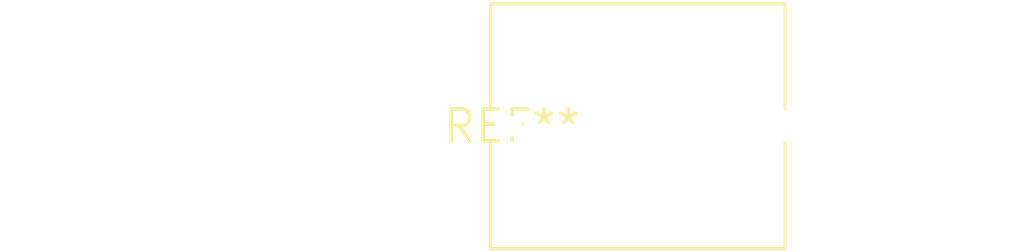
<source format=kicad_pcb>
(kicad_pcb (version 20240108) (generator pcbnew)
  (layers (0 "F.Cu" signal) (31 "B.Cu" signal) (34 "B.Paste" user) (35 "F.Paste" user) (36 "B.SilkS" user "B.Silkscreen") (37 "F.SilkS" user "F.Silkscreen") (38 "B.Mask" user) (39 "F.Mask" user) (44 "Edge.Cuts" user))
  (net 0 "")
  (footprint "C_Rect_L11.5mm_W9.5mm_P10.00mm_MKT" (layer "F.Cu") (at 0 0)
    (property "Reference" "REF**")
    (property "Value" "C_Rect_L11.5mm_W9.5mm_P10.00mm_MKT")
    (fp_line (start -0.87 -4.87) (end -0.87 -0.665) (layer "F.SilkS") (stroke (width 0.12)))
    (fp_line (start -0.87 -4.87) (end 10.87 -4.87) (layer "F.SilkS") (stroke (width 0.12)))
    (fp_line (start -0.87 0.665) (end -0.87 4.87) (layer "F.SilkS") (stroke (width 0.12)))
    (fp_line (start -0.87 4.87) (end 10.87 4.87) (layer "F.SilkS") (stroke (width 0.12)))
    (fp_line (start 10.87 -4.87) (end 10.87 -0.665) (layer "F.SilkS") (stroke (width 0.12)))
    (fp_line (start 10.87 0.665) (end 10.87 4.87) (layer "F.SilkS") (stroke (width 0.12)))
    (pad "1" thru_hole circle (at 0 0) (size 1.6 1.6) (drill 0.8) (layers *.Cu *.Mask) (remove_unused_layers))
    (pad "2" thru_hole circle (at 10 0) (size 1.6 1.6) (drill 0.8) (layers *.Cu *.Mask) (remove_unused_layers))
  )
)
</source>
